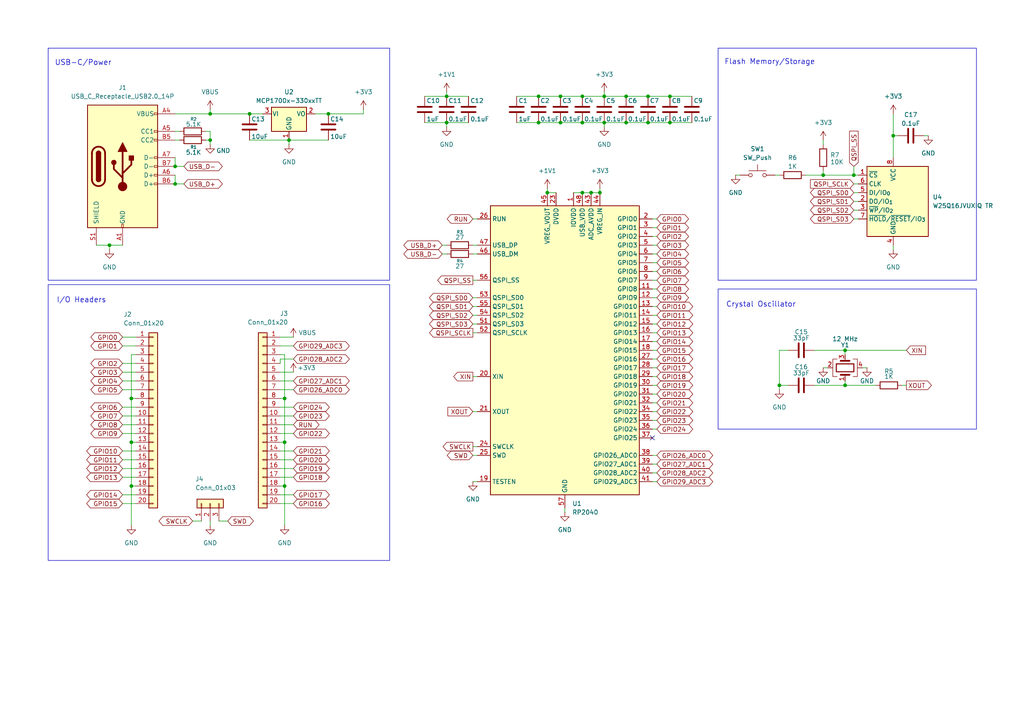
<source format=kicad_sch>
(kicad_sch (version 20250114) (generator "eeschema") (generator_version "9.0")
  (paper "A4")
  (lib_symbols
    (symbol "Connector:USB_C_Receptacle_USB2.0_14P" (pin_names (offset 1.016))
      (property "Reference" "J" (at 0 22.225 0))
      (property "Value" "USB_C_Receptacle_USB2.0_14P" (at 0 19.685 0))
      (symbol "USB_C_Receptacle_USB2.0_14P_1_1"
        (pin passive line (at -7.62 -22.86 90) (length 5.08) (name "SHIELD") (number "S1"))
        (pin passive line (at 0 -22.86 90) (length 5.08) (name "GND") (number "A1"))
        (pin passive line (at 0 -22.86 90) (length 5.08) (hide yes) (name "GND") (number "A12"))
        (pin passive line (at 0 -22.86 90) (length 5.08) (hide yes) (name "GND") (number "B1"))
        (pin passive line (at 0 -22.86 90) (length 5.08) (hide yes) (name "GND") (number "B12"))
        (pin passive line (at 15.24 15.24 180) (length 5.08) (name "VBUS") (number "A4"))
        (pin passive line (at 15.24 15.24 180) (length 5.08) (hide yes) (name "VBUS") (number "A9"))
        (pin passive line (at 15.24 15.24 180) (length 5.08) (hide yes) (name "VBUS") (number "B4"))
        (pin passive line (at 15.24 15.24 180) (length 5.08) (hide yes) (name "VBUS") (number "B9"))
        (pin bidirectional line (at 15.24 10.16 180) (length 5.08) (name "CC1") (number "A5"))
        (pin bidirectional line (at 15.24 7.62 180) (length 5.08) (name "CC2") (number "B5"))
        (pin bidirectional line (at 15.24 2.54 180) (length 5.08) (name "D-") (number "A7"))
        (pin bidirectional line (at 15.24 0 180) (length 5.08) (name "D-") (number "B7"))
        (pin bidirectional line (at 15.24 -2.54 180) (length 5.08) (name "D+") (number "A6"))
        (pin bidirectional line (at 15.24 -5.08 180) (length 5.08) (name "D+") (number "B6"))
      )
    )
    (symbol "Connector_Generic:Conn_01x03" (pin_names (offset 1.016) (hide yes))
      (property "Reference" "J" (at 0 5.08 0))
      (property "Value" "Conn_01x03" (at 0 -5.08 0))
      (symbol "Conn_01x03_1_1"
        (pin passive line (at -5.08 2.54 0) (length 3.81) (name "Pin_1") (number "1"))
        (pin passive line (at -5.08 0 0) (length 3.81) (name "Pin_2") (number "2"))
        (pin passive line (at -5.08 -2.54 0) (length 3.81) (name "Pin_3") (number "3"))
      )
    )
    (symbol "Connector_Generic:Conn_01x20" (pin_names (offset 1.016) (hide yes))
      (property "Reference" "J" (at 0 25.4 0))
      (property "Value" "Conn_01x20" (at 0 -27.94 0))
      (symbol "Conn_01x20_1_1"
        (pin passive line (at -5.08 22.86 0) (length 3.81) (name "Pin_1") (number "1"))
        (pin passive line (at -5.08 20.32 0) (length 3.81) (name "Pin_2") (number "2"))
        (pin passive line (at -5.08 17.78 0) (length 3.81) (name "Pin_3") (number "3"))
        (pin passive line (at -5.08 15.24 0) (length 3.81) (name "Pin_4") (number "4"))
        (pin passive line (at -5.08 12.7 0) (length 3.81) (name "Pin_5") (number "5"))
        (pin passive line (at -5.08 10.16 0) (length 3.81) (name "Pin_6") (number "6"))
        (pin passive line (at -5.08 7.62 0) (length 3.81) (name "Pin_7") (number "7"))
        (pin passive line (at -5.08 5.08 0) (length 3.81) (name "Pin_8") (number "8"))
        (pin passive line (at -5.08 2.54 0) (length 3.81) (name "Pin_9") (number "9"))
        (pin passive line (at -5.08 0 0) (length 3.81) (name "Pin_10") (number "10"))
        (pin passive line (at -5.08 -2.54 0) (length 3.81) (name "Pin_11") (number "11"))
        (pin passive line (at -5.08 -5.08 0) (length 3.81) (name "Pin_12") (number "12"))
        (pin passive line (at -5.08 -7.62 0) (length 3.81) (name "Pin_13") (number "13"))
        (pin passive line (at -5.08 -10.16 0) (length 3.81) (name "Pin_14") (number "14"))
        (pin passive line (at -5.08 -12.7 0) (length 3.81) (name "Pin_15") (number "15"))
        (pin passive line (at -5.08 -15.24 0) (length 3.81) (name "Pin_16") (number "16"))
        (pin passive line (at -5.08 -17.78 0) (length 3.81) (name "Pin_17") (number "17"))
        (pin passive line (at -5.08 -20.32 0) (length 3.81) (name "Pin_18") (number "18"))
        (pin passive line (at -5.08 -22.86 0) (length 3.81) (name "Pin_19") (number "19"))
        (pin passive line (at -5.08 -25.4 0) (length 3.81) (name "Pin_20") (number "20"))
      )
    )
    (symbol "Device:C" (pin_numbers (hide yes)) (pin_names (offset 0.254))
      (property "Reference" "C" (at 0.635 2.54 0))
      (property "Value" "C" (at 0.635 -2.54 0))
      (symbol "C_1_1"
        (pin passive line (at 0 3.81 270) (length 2.794) (name "~") (number "1"))
        (pin passive line (at 0 -3.81 90) (length 2.794) (name "~") (number "2"))
      )
    )
    (symbol "Device:Crystal_GND24" (pin_names (offset 1.016) (hide yes))
      (property "Reference" "Y" (at 3.175 5.08 0))
      (property "Value" "Crystal_GND24" (at 3.175 3.175 0))
      (symbol "Crystal_GND24_1_1"
        (pin passive line (at -3.81 0 0) (length 1.27) (name "1") (number "1"))
        (pin passive line (at 0 5.08 270) (length 1.27) (name "2") (number "2"))
        (pin passive line (at 0 -5.08 90) (length 1.27) (name "4") (number "4"))
        (pin passive line (at 3.81 0 180) (length 1.27) (name "3") (number "3"))
      )
    )
    (symbol "Device:R" (pin_numbers (hide yes)) (pin_names (offset 0))
      (property "Reference" "R" (at 2.032 0 90))
      (property "Value" "R" (at 0 0 90))
      (symbol "R_1_1"
        (pin passive line (at 0 3.81 270) (length 1.27) (name "~") (number "1"))
        (pin passive line (at 0 -3.81 90) (length 1.27) (name "~") (number "2"))
      )
    )
    (symbol "MCU_RaspberryPi:RP2040"
      (property "Reference" "U" (at 17.78 45.72 0))
      (property "Value" "RP2040" (at 17.78 43.18 0))
      (symbol "RP2040_1_1"
        (pin input line (at -25.4 38.1 0) (length 3.81) (name "RUN") (number "26"))
        (pin bidirectional line (at -25.4 30.48 0) (length 3.81) (name "USB_DP") (number "47"))
        (pin bidirectional line (at -25.4 27.94 0) (length 3.81) (name "USB_DM") (number "46"))
        (pin bidirectional line (at -25.4 20.32 0) (length 3.81) (name "QSPI_SS") (number "56"))
        (pin bidirectional line (at -25.4 15.24 0) (length 3.81) (name "QSPI_SD0") (number "53"))
        (pin bidirectional line (at -25.4 12.7 0) (length 3.81) (name "QSPI_SD1") (number "55"))
        (pin bidirectional line (at -25.4 10.16 0) (length 3.81) (name "QSPI_SD2") (number "54"))
        (pin bidirectional line (at -25.4 7.62 0) (length 3.81) (name "QSPI_SD3") (number "51"))
        (pin output line (at -25.4 5.08 0) (length 3.81) (name "QSPI_SCLK") (number "52"))
        (pin input line (at -25.4 -7.62 0) (length 3.81) (name "XIN") (number "20"))
        (pin passive line (at -25.4 -17.78 0) (length 3.81) (name "XOUT") (number "21"))
        (pin input line (at -25.4 -27.94 0) (length 3.81) (name "SWCLK") (number "24"))
        (pin bidirectional line (at -25.4 -30.48 0) (length 3.81) (name "SWD") (number "25"))
        (pin input line (at -25.4 -38.1 0) (length 3.81) (name "TESTEN") (number "19"))
        (pin power_out line (at -5.08 45.72 270) (length 3.81) (name "VREG_VOUT") (number "45"))
        (pin power_in line (at -2.54 45.72 270) (length 3.81) (name "DVDD") (number "23"))
        (pin passive line (at -2.54 45.72 270) (length 3.81) (hide yes) (name "DVDD") (number "50"))
        (pin power_in line (at 0 -45.72 90) (length 3.81) (name "GND") (number "57"))
        (pin power_in line (at 2.54 45.72 270) (length 3.81) (name "IOVDD") (number "1"))
        (pin passive line (at 2.54 45.72 270) (length 3.81) (hide yes) (name "IOVDD") (number "10"))
        (pin passive line (at 2.54 45.72 270) (length 3.81) (hide yes) (name "IOVDD") (number "22"))
        (pin passive line (at 2.54 45.72 270) (length 3.81) (hide yes) (name "IOVDD") (number "33"))
        (pin passive line (at 2.54 45.72 270) (length 3.81) (hide yes) (name "IOVDD") (number "42"))
        (pin passive line (at 2.54 45.72 270) (length 3.81) (hide yes) (name "IOVDD") (number "49"))
        (pin power_in line (at 5.08 45.72 270) (length 3.81) (name "USB_VDD") (number "48"))
        (pin power_in line (at 7.62 45.72 270) (length 3.81) (name "ADC_AVDD") (number "43"))
        (pin power_in line (at 10.16 45.72 270) (length 3.81) (name "VREG_IN") (number "44"))
        (pin bidirectional line (at 25.4 38.1 180) (length 3.81) (name "GPIO0") (number "2"))
        (pin bidirectional line (at 25.4 35.56 180) (length 3.81) (name "GPIO1") (number "3"))
        (pin bidirectional line (at 25.4 33.02 180) (length 3.81) (name "GPIO2") (number "4"))
        (pin bidirectional line (at 25.4 30.48 180) (length 3.81) (name "GPIO3") (number "5"))
        (pin bidirectional line (at 25.4 27.94 180) (length 3.81) (name "GPIO4") (number "6"))
        (pin bidirectional line (at 25.4 25.4 180) (length 3.81) (name "GPIO5") (number "7"))
        (pin bidirectional line (at 25.4 22.86 180) (length 3.81) (name "GPIO6") (number "8"))
        (pin bidirectional line (at 25.4 20.32 180) (length 3.81) (name "GPIO7") (number "9"))
        (pin bidirectional line (at 25.4 17.78 180) (length 3.81) (name "GPIO8") (number "11"))
        (pin bidirectional line (at 25.4 15.24 180) (length 3.81) (name "GPIO9") (number "12"))
        (pin bidirectional line (at 25.4 12.7 180) (length 3.81) (name "GPIO10") (number "13"))
        (pin bidirectional line (at 25.4 10.16 180) (length 3.81) (name "GPIO11") (number "14"))
        (pin bidirectional line (at 25.4 7.62 180) (length 3.81) (name "GPIO12") (number "15"))
        (pin bidirectional line (at 25.4 5.08 180) (length 3.81) (name "GPIO13") (number "16"))
        (pin bidirectional line (at 25.4 2.54 180) (length 3.81) (name "GPIO14") (number "17"))
        (pin bidirectional line (at 25.4 0 180) (length 3.81) (name "GPIO15") (number "18"))
        (pin bidirectional line (at 25.4 -2.54 180) (length 3.81) (name "GPIO16") (number "27"))
        (pin bidirectional line (at 25.4 -5.08 180) (length 3.81) (name "GPIO17") (number "28"))
        (pin bidirectional line (at 25.4 -7.62 180) (length 3.81) (name "GPIO18") (number "29"))
        (pin bidirectional line (at 25.4 -10.16 180) (length 3.81) (name "GPIO19") (number "30"))
        (pin bidirectional line (at 25.4 -12.7 180) (length 3.81) (name "GPIO20") (number "31"))
        (pin bidirectional line (at 25.4 -15.24 180) (length 3.81) (name "GPIO21") (number "32"))
        (pin bidirectional line (at 25.4 -17.78 180) (length 3.81) (name "GPIO22") (number "34"))
        (pin bidirectional line (at 25.4 -20.32 180) (length 3.81) (name "GPIO23") (number "35"))
        (pin bidirectional line (at 25.4 -22.86 180) (length 3.81) (name "GPIO24") (number "36"))
        (pin bidirectional line (at 25.4 -25.4 180) (length 3.81) (name "GPIO25") (number "37"))
        (pin bidirectional line (at 25.4 -30.48 180) (length 3.81) (name "GPIO26_ADC0") (number "38"))
        (pin bidirectional line (at 25.4 -33.02 180) (length 3.81) (name "GPIO27_ADC1") (number "39"))
        (pin bidirectional line (at 25.4 -35.56 180) (length 3.81) (name "GPIO28_ADC2") (number "40"))
        (pin bidirectional line (at 25.4 -38.1 180) (length 3.81) (name "GPIO29_ADC3") (number "41"))
      )
    )
    (symbol "Memory_Flash:W25Q16JVSS"
      (property "Reference" "U" (at -6.35 11.43 0))
      (property "Value" "W25Q16JVSS" (at 7.62 11.43 0))
      (symbol "W25Q16JVSS_1_1"
        (pin input line (at -10.16 7.62 0) (length 2.54) (name "~{CS}") (number "1"))
        (pin input line (at -10.16 5.08 0) (length 2.54) (name "CLK") (number "6"))
        (pin bidirectional line (at -10.16 2.54 0) (length 2.54) (name "DI/IO_{0}") (number "5"))
        (pin bidirectional line (at -10.16 0 0) (length 2.54) (name "DO/IO_{1}") (number "2"))
        (pin bidirectional line (at -10.16 -2.54 0) (length 2.54) (name "~{WP}/IO_{2}") (number "3"))
        (pin bidirectional line (at -10.16 -5.08 0) (length 2.54) (name "~{HOLD}/~{RESET}/IO_{3}") (number "7"))
        (pin power_in line (at 0 12.7 270) (length 2.54) (name "VCC") (number "8"))
        (pin power_in line (at 0 -12.7 90) (length 2.54) (name "GND") (number "4"))
      )
    )
    (symbol "Regulator_Linear:MCP1700x-330xxTT" (pin_names (offset 0.254))
      (property "Reference" "U" (at -3.81 3.175 0))
      (property "Value" "MCP1700x-330xxTT" (at 0 3.175 0))
      (symbol "MCP1700x-330xxTT_1_1"
        (pin power_in line (at -7.62 0 0) (length 2.54) (name "VI") (number "3"))
        (pin power_in line (at 0 -7.62 90) (length 2.54) (name "GND") (number "1"))
        (pin power_out line (at 7.62 0 180) (length 2.54) (name "VO") (number "2"))
      )
    )
    (symbol "Switch:SW_Push" (pin_numbers (hide yes)) (pin_names (offset 1.016) (hide yes))
      (property "Reference" "SW" (at 1.27 2.54 0))
      (property "Value" "SW_Push" (at 0 -1.524 0))
      (symbol "SW_Push_0_1"
        (pin passive line (at -5.08 0 0) (length 2.54) (name "1") (number "1"))
        (pin passive line (at 5.08 0 180) (length 2.54) (name "2") (number "2"))
      )
    )
    (symbol "power:+1V1" (power) (pin_numbers (hide yes)) (pin_names (offset 0) (hide yes))
      (property "Value" "+1V1" (at 0 3.556 0))
      (symbol "+1V1_1_1"
        (pin power_in line (at 0 0 90) (length 0) (name "~") (number "1"))
      )
    )
    (symbol "power:+3V3" (power) (pin_numbers (hide yes)) (pin_names (offset 0) (hide yes))
      (property "Value" "+3V3" (at 0 3.556 0))
      (symbol "+3V3_1_1"
        (pin power_in line (at 0 0 90) (length 0) (name "~") (number "1"))
      )
    )
    (symbol "power:GND" (power) (pin_numbers (hide yes)) (pin_names (offset 0) (hide yes))
      (property "Value" "GND" (at 0 -3.81 0))
      (symbol "GND_1_1"
        (pin power_in line (at 0 0 270) (length 0) (name "~") (number "1"))
      )
    )
    (symbol "power:VBUS" (power) (pin_numbers (hide yes)) (pin_names (offset 0) (hide yes))
      (property "Value" "VBUS" (at 0 3.556 0))
      (symbol "VBUS_1_1"
        (pin power_in line (at 0 0 90) (length 0) (name "~") (number "1"))
      )
    )
  )
  (rectangle (start 13.97 13.97) (end 113.03 81.28))
  (rectangle (start 208.28 83.82) (end 283.21 124.46))
  (rectangle (start 208.28 13.97) (end 283.21 81.28))
  (rectangle (start 13.97 82.55) (end 113.03 162.56))
  (text "Flash Memory/Storage" (at 223.266 18.034 0) (effects (font (size 1.524 1.524))))
  (text "I/O Headers" (at 23.622 87.122 0) (effects (font (size 1.524 1.524))))
  (text "Crystal Oscillator" (at 220.726 88.392 0) (effects (font (size 1.524 1.524))))
  (text "USB-C/Power" (at 24.13 18.288 0) (effects (font (size 1.524 1.524))))
  (junction (at 245.11 111.76))
  (junction (at 238.76 50.8))
  (junction (at 82.55 115.57))
  (junction (at 83.82 40.64))
  (junction (at 194.31 27.94))
  (junction (at 187.96 35.56))
  (junction (at 171.45 55.88))
  (junction (at 95.25 33.02))
  (junction (at 162.56 27.94))
  (junction (at 72.39 33.02))
  (junction (at 245.11 101.6))
  (junction (at 168.91 35.56))
  (junction (at 226.06 111.76))
  (junction (at 129.54 27.94))
  (junction (at 38.1 128.27))
  (junction (at 187.96 27.94))
  (junction (at 173.99 55.88))
  (junction (at 156.21 35.56))
  (junction (at 175.26 35.56))
  (junction (at 50.8 53.34))
  (junction (at 50.8 48.26))
  (junction (at 158.75 55.88))
  (junction (at 181.61 35.56))
  (junction (at 38.1 115.57))
  (junction (at 259.08 39.37))
  (junction (at 82.55 128.27))
  (junction (at 247.65 50.8))
  (junction (at 82.55 140.97))
  (junction (at 175.26 27.94))
  (junction (at 38.1 140.97))
  (junction (at 129.54 35.56))
  (junction (at 181.61 27.94))
  (junction (at 168.91 55.88))
  (junction (at 31.75 71.12))
  (junction (at 60.96 33.02))
  (junction (at 162.56 35.56))
  (junction (at 168.91 27.94))
  (junction (at 194.31 35.56))
  (junction (at 60.96 40.64))
  (junction (at 156.21 27.94))
  (no_connect (at 189.23 127))
  (wire (pts (xy 50.8 48.26) (xy 53.34 48.26)))
  (wire (pts (xy 35.56 118.11) (xy 39.37 118.11)))
  (wire (pts (xy 137.16 139.7) (xy 138.43 139.7)))
  (wire (pts (xy 251.46 106.68) (xy 250.19 106.68)))
  (wire (pts (xy 181.61 27.94) (xy 187.96 27.94)))
  (wire (pts (xy 82.55 140.97) (xy 82.55 152.4)))
  (wire (pts (xy 228.6 101.6) (xy 226.06 101.6)))
  (wire (pts (xy 35.56 146.05) (xy 39.37 146.05)))
  (wire (pts (xy 226.06 111.76) (xy 228.6 111.76)))
  (wire (pts (xy 190.5 99.06) (xy 189.23 99.06)))
  (wire (pts (xy 85.09 107.95) (xy 81.28 107.95)))
  (wire (pts (xy 137.16 119.38) (xy 138.43 119.38)))
  (wire (pts (xy 35.56 143.51) (xy 39.37 143.51)))
  (wire (pts (xy 190.5 119.38) (xy 189.23 119.38)))
  (wire (pts (xy 149.86 35.56) (xy 156.21 35.56)))
  (wire (pts (xy 137.16 88.9) (xy 138.43 88.9)))
  (wire (pts (xy 175.26 35.56) (xy 181.61 35.56)))
  (wire (pts (xy 129.54 36.83) (xy 129.54 35.56)))
  (wire (pts (xy 190.5 93.98) (xy 189.23 93.98)))
  (wire (pts (xy 39.37 115.57) (xy 38.1 115.57)))
  (wire (pts (xy 190.5 104.14) (xy 189.23 104.14)))
  (wire (pts (xy 59.69 40.64) (xy 60.96 40.64)))
  (wire (pts (xy 81.28 123.19) (xy 85.09 123.19)))
  (wire (pts (xy 50.8 45.72) (xy 50.8 48.26)))
  (wire (pts (xy 35.56 123.19) (xy 39.37 123.19)))
  (wire (pts (xy 38.1 102.87) (xy 38.1 115.57)))
  (wire (pts (xy 226.06 101.6) (xy 226.06 111.76)))
  (wire (pts (xy 181.61 35.56) (xy 187.96 35.56)))
  (wire (pts (xy 168.91 35.56) (xy 175.26 35.56)))
  (wire (pts (xy 85.09 97.79) (xy 81.28 97.79)))
  (wire (pts (xy 35.56 130.81) (xy 39.37 130.81)))
  (wire (pts (xy 175.26 27.94) (xy 181.61 27.94)))
  (wire (pts (xy 149.86 27.94) (xy 156.21 27.94)))
  (wire (pts (xy 166.37 55.88) (xy 168.91 55.88)))
  (wire (pts (xy 137.16 81.28) (xy 138.43 81.28)))
  (wire (pts (xy 245.11 111.76) (xy 254 111.76)))
  (wire (pts (xy 82.55 115.57) (xy 82.55 128.27)))
  (wire (pts (xy 245.11 101.6) (xy 262.89 101.6)))
  (wire (pts (xy 190.5 132.08) (xy 189.23 132.08)))
  (wire (pts (xy 129.54 35.56) (xy 135.89 35.56)))
  (wire (pts (xy 194.31 35.56) (xy 200.66 35.56)))
  (wire (pts (xy 59.69 38.1) (xy 60.96 38.1)))
  (wire (pts (xy 190.5 68.58) (xy 189.23 68.58)))
  (wire (pts (xy 190.5 134.62) (xy 189.23 134.62)))
  (wire (pts (xy 81.28 118.11) (xy 85.09 118.11)))
  (wire (pts (xy 238.76 50.8) (xy 247.65 50.8)))
  (wire (pts (xy 190.5 116.84) (xy 189.23 116.84)))
  (wire (pts (xy 190.5 73.66) (xy 189.23 73.66)))
  (wire (pts (xy 81.28 146.05) (xy 85.09 146.05)))
  (wire (pts (xy 190.5 71.12) (xy 189.23 71.12)))
  (wire (pts (xy 81.28 140.97) (xy 82.55 140.97)))
  (wire (pts (xy 35.56 105.41) (xy 39.37 105.41)))
  (wire (pts (xy 247.65 53.34) (xy 248.92 53.34)))
  (wire (pts (xy 31.75 72.39) (xy 31.75 71.12)))
  (wire (pts (xy 31.75 71.12) (xy 35.56 71.12)))
  (wire (pts (xy 190.5 96.52) (xy 189.23 96.52)))
  (wire (pts (xy 247.65 55.88) (xy 248.92 55.88)))
  (wire (pts (xy 35.56 100.33) (xy 39.37 100.33)))
  (wire (pts (xy 128.27 73.66) (xy 129.54 73.66)))
  (wire (pts (xy 105.41 31.75) (xy 105.41 33.02)))
  (wire (pts (xy 60.96 33.02) (xy 72.39 33.02)))
  (wire (pts (xy 105.41 33.02) (xy 95.25 33.02)))
  (wire (pts (xy 35.56 107.95) (xy 39.37 107.95)))
  (wire (pts (xy 247.65 60.96) (xy 248.92 60.96)))
  (wire (pts (xy 38.1 128.27) (xy 38.1 140.97)))
  (wire (pts (xy 163.83 148.59) (xy 163.83 147.32)))
  (wire (pts (xy 35.56 135.89) (xy 39.37 135.89)))
  (wire (pts (xy 236.22 111.76) (xy 245.11 111.76)))
  (wire (pts (xy 190.5 101.6) (xy 189.23 101.6)))
  (wire (pts (xy 187.96 35.56) (xy 194.31 35.56)))
  (wire (pts (xy 60.96 40.64) (xy 60.96 41.91)))
  (wire (pts (xy 238.76 106.68) (xy 240.03 106.68)))
  (wire (pts (xy 39.37 140.97) (xy 38.1 140.97)))
  (wire (pts (xy 156.21 27.94) (xy 162.56 27.94)))
  (wire (pts (xy 50.8 53.34) (xy 53.34 53.34)))
  (wire (pts (xy 35.56 125.73) (xy 39.37 125.73)))
  (wire (pts (xy 260.35 39.37) (xy 259.08 39.37)))
  (wire (pts (xy 247.65 50.8) (xy 248.92 50.8)))
  (wire (pts (xy 129.54 26.67) (xy 129.54 27.94)))
  (wire (pts (xy 72.39 33.02) (xy 76.2 33.02)))
  (wire (pts (xy 81.28 102.87) (xy 82.55 102.87)))
  (wire (pts (xy 38.1 115.57) (xy 38.1 128.27)))
  (wire (pts (xy 190.5 106.68) (xy 189.23 106.68)))
  (wire (pts (xy 137.16 93.98) (xy 138.43 93.98)))
  (wire (pts (xy 60.96 31.75) (xy 60.96 33.02)))
  (wire (pts (xy 137.16 91.44) (xy 138.43 91.44)))
  (wire (pts (xy 175.26 36.83) (xy 175.26 35.56)))
  (wire (pts (xy 35.56 97.79) (xy 39.37 97.79)))
  (wire (pts (xy 168.91 55.88) (xy 171.45 55.88)))
  (wire (pts (xy 190.5 63.5) (xy 189.23 63.5)))
  (wire (pts (xy 123.19 35.56) (xy 129.54 35.56)))
  (wire (pts (xy 190.5 121.92) (xy 189.23 121.92)))
  (wire (pts (xy 187.96 27.94) (xy 194.31 27.94)))
  (wire (pts (xy 137.16 109.22) (xy 138.43 109.22)))
  (wire (pts (xy 245.11 101.6) (xy 245.11 102.87)))
  (wire (pts (xy 259.08 39.37) (xy 259.08 45.72)))
  (wire (pts (xy 50.8 50.8) (xy 50.8 53.34)))
  (wire (pts (xy 245.11 110.49) (xy 245.11 111.76)))
  (wire (pts (xy 81.28 100.33) (xy 85.09 100.33)))
  (wire (pts (xy 190.5 66.04) (xy 189.23 66.04)))
  (wire (pts (xy 190.5 88.9) (xy 189.23 88.9)))
  (wire (pts (xy 81.28 120.65) (xy 85.09 120.65)))
  (wire (pts (xy 226.06 113.03) (xy 226.06 111.76)))
  (wire (pts (xy 39.37 102.87) (xy 38.1 102.87)))
  (wire (pts (xy 50.8 33.02) (xy 60.96 33.02)))
  (wire (pts (xy 190.5 76.2) (xy 189.23 76.2)))
  (wire (pts (xy 91.44 33.02) (xy 95.25 33.02)))
  (wire (pts (xy 82.55 102.87) (xy 82.55 115.57)))
  (wire (pts (xy 190.5 124.46) (xy 189.23 124.46)))
  (wire (pts (xy 81.28 104.14) (xy 81.28 105.41)))
  (wire (pts (xy 190.5 86.36) (xy 189.23 86.36)))
  (wire (pts (xy 137.16 71.12) (xy 138.43 71.12)))
  (wire (pts (xy 137.16 73.66) (xy 138.43 73.66)))
  (wire (pts (xy 81.28 104.14) (xy 85.09 104.14)))
  (wire (pts (xy 35.56 138.43) (xy 39.37 138.43)))
  (wire (pts (xy 128.27 71.12) (xy 129.54 71.12)))
  (wire (pts (xy 81.28 143.51) (xy 85.09 143.51)))
  (wire (pts (xy 137.16 129.54) (xy 138.43 129.54)))
  (wire (pts (xy 158.75 54.61) (xy 158.75 55.88)))
  (wire (pts (xy 190.5 114.3) (xy 189.23 114.3)))
  (wire (pts (xy 81.28 113.03) (xy 85.09 113.03)))
  (wire (pts (xy 194.31 27.94) (xy 200.66 27.94)))
  (wire (pts (xy 39.37 128.27) (xy 38.1 128.27)))
  (wire (pts (xy 190.5 109.22) (xy 189.23 109.22)))
  (wire (pts (xy 137.16 86.36) (xy 138.43 86.36)))
  (wire (pts (xy 137.16 63.5) (xy 138.43 63.5)))
  (wire (pts (xy 213.36 50.8) (xy 214.63 50.8)))
  (wire (pts (xy 81.28 130.81) (xy 85.09 130.81)))
  (wire (pts (xy 247.65 63.5) (xy 248.92 63.5)))
  (wire (pts (xy 81.28 110.49) (xy 85.09 110.49)))
  (wire (pts (xy 83.82 40.64) (xy 95.25 40.64)))
  (wire (pts (xy 190.5 78.74) (xy 189.23 78.74)))
  (wire (pts (xy 81.28 135.89) (xy 85.09 135.89)))
  (wire (pts (xy 35.56 120.65) (xy 39.37 120.65)))
  (wire (pts (xy 238.76 49.53) (xy 238.76 50.8)))
  (wire (pts (xy 162.56 27.94) (xy 168.91 27.94)))
  (wire (pts (xy 123.19 27.94) (xy 129.54 27.94)))
  (wire (pts (xy 27.94 71.12) (xy 31.75 71.12)))
  (wire (pts (xy 259.08 72.39) (xy 259.08 71.12)))
  (wire (pts (xy 38.1 140.97) (xy 38.1 152.4)))
  (wire (pts (xy 137.16 96.52) (xy 138.43 96.52)))
  (wire (pts (xy 190.5 111.76) (xy 189.23 111.76)))
  (wire (pts (xy 156.21 35.56) (xy 162.56 35.56)))
  (wire (pts (xy 81.28 125.73) (xy 85.09 125.73)))
  (wire (pts (xy 162.56 35.56) (xy 168.91 35.56)))
  (wire (pts (xy 247.65 50.8) (xy 247.65 48.26)))
  (wire (pts (xy 55.88 151.13) (xy 58.42 151.13)))
  (wire (pts (xy 81.28 128.27) (xy 82.55 128.27)))
  (wire (pts (xy 60.96 38.1) (xy 60.96 40.64)))
  (wire (pts (xy 173.99 54.61) (xy 173.99 55.88)))
  (wire (pts (xy 247.65 58.42) (xy 248.92 58.42)))
  (wire (pts (xy 269.24 39.37) (xy 267.97 39.37)))
  (wire (pts (xy 35.56 113.03) (xy 39.37 113.03)))
  (wire (pts (xy 81.28 115.57) (xy 82.55 115.57)))
  (wire (pts (xy 190.5 91.44) (xy 189.23 91.44)))
  (wire (pts (xy 52.07 38.1) (xy 50.8 38.1)))
  (wire (pts (xy 233.68 50.8) (xy 238.76 50.8)))
  (wire (pts (xy 82.55 128.27) (xy 82.55 140.97)))
  (wire (pts (xy 259.08 33.02) (xy 259.08 39.37)))
  (wire (pts (xy 262.89 111.76) (xy 261.62 111.76)))
  (wire (pts (xy 83.82 41.91) (xy 83.82 40.64)))
  (wire (pts (xy 63.5 151.13) (xy 66.04 151.13)))
  (wire (pts (xy 168.91 27.94) (xy 175.26 27.94)))
  (wire (pts (xy 224.79 50.8) (xy 226.06 50.8)))
  (wire (pts (xy 60.96 152.4) (xy 60.96 151.13)))
  (wire (pts (xy 81.28 133.35) (xy 85.09 133.35)))
  (wire (pts (xy 190.5 81.28) (xy 189.23 81.28)))
  (wire (pts (xy 35.56 133.35) (xy 39.37 133.35)))
  (wire (pts (xy 158.75 55.88) (xy 161.29 55.88)))
  (wire (pts (xy 175.26 26.67) (xy 175.26 27.94)))
  (wire (pts (xy 190.5 83.82) (xy 189.23 83.82)))
  (wire (pts (xy 236.22 101.6) (xy 245.11 101.6)))
  (wire (pts (xy 171.45 55.88) (xy 173.99 55.88)))
  (wire (pts (xy 52.07 40.64) (xy 50.8 40.64)))
  (wire (pts (xy 137.16 132.08) (xy 138.43 132.08)))
  (wire (pts (xy 35.56 110.49) (xy 39.37 110.49)))
  (wire (pts (xy 129.54 27.94) (xy 135.89 27.94)))
  (wire (pts (xy 190.5 137.16) (xy 189.23 137.16)))
  (wire (pts (xy 72.39 40.64) (xy 83.82 40.64)))
  (wire (pts (xy 190.5 139.7) (xy 189.23 139.7)))
  (wire (pts (xy 238.76 40.64) (xy 238.76 41.91)))
  (wire (pts (xy 81.28 138.43) (xy 85.09 138.43)))
  (global_label "GPIO6" (shape bidirectional) (at 190.5 78.74 0) (property "Intersheetrefs" "${INTERSHEET_REFS}" (effects (hide yes))))
  (global_label "GPIO2" (shape bidirectional) (at 35.56 105.41 180) (property "Intersheetrefs" "${INTERSHEET_REFS}" (effects (hide yes))))
  (global_label "QSPI_SD1" (shape bidirectional) (at 137.16 88.9 180) (property "Intersheetrefs" "${INTERSHEET_REFS}" (effects (hide yes))))
  (global_label "GPIO24" (shape bidirectional) (at 190.5 124.46 0) (property "Intersheetrefs" "${INTERSHEET_REFS}" (effects (hide yes))))
  (global_label "GPIO20" (shape bidirectional) (at 85.09 133.35 0) (property "Intersheetrefs" "${INTERSHEET_REFS}" (effects (hide yes))))
  (global_label "GPIO7" (shape bidirectional) (at 190.5 81.28 0) (property "Intersheetrefs" "${INTERSHEET_REFS}" (effects (hide yes))))
  (global_label "GPIO11" (shape bidirectional) (at 190.5 91.44 0) (property "Intersheetrefs" "${INTERSHEET_REFS}" (effects (hide yes))))
  (global_label "USB_D-" (shape bidirectional) (at 128.27 73.66 180) (property "Intersheetrefs" "${INTERSHEET_REFS}" (effects (hide yes))))
  (global_label "QSPI_SCLK" (shape output) (at 137.16 96.52 180) (property "Intersheetrefs" "${INTERSHEET_REFS}" (effects (hide yes))))
  (global_label "GPIO9" (shape bidirectional) (at 190.5 86.36 0) (property "Intersheetrefs" "${INTERSHEET_REFS}" (effects (hide yes))))
  (global_label "QSPI_SD0" (shape bidirectional) (at 137.16 86.36 180) (property "Intersheetrefs" "${INTERSHEET_REFS}" (effects (hide yes))))
  (global_label "SWD" (shape bidirectional) (at 137.16 132.08 180) (property "Intersheetrefs" "${INTERSHEET_REFS}" (effects (hide yes))))
  (global_label "GPIO29_ADC3" (shape bidirectional) (at 190.5 139.7 0) (property "Intersheetrefs" "${INTERSHEET_REFS}" (effects (hide yes))))
  (global_label "XOUT" (shape output) (at 262.89 111.76 0) (property "Intersheetrefs" "${INTERSHEET_REFS}" (effects (hide yes))))
  (global_label "GPIO18" (shape bidirectional) (at 85.09 138.43 0) (property "Intersheetrefs" "${INTERSHEET_REFS}" (effects (hide yes))))
  (global_label "GPIO22" (shape bidirectional) (at 190.5 119.38 0) (property "Intersheetrefs" "${INTERSHEET_REFS}" (effects (hide yes))))
  (global_label "GPIO8" (shape bidirectional) (at 190.5 83.82 0) (property "Intersheetrefs" "${INTERSHEET_REFS}" (effects (hide yes))))
  (global_label "GPIO19" (shape bidirectional) (at 190.5 111.76 0) (property "Intersheetrefs" "${INTERSHEET_REFS}" (effects (hide yes))))
  (global_label "GPIO22" (shape bidirectional) (at 85.09 125.73 0) (property "Intersheetrefs" "${INTERSHEET_REFS}" (effects (hide yes))))
  (global_label "GPIO15" (shape bidirectional) (at 190.5 101.6 0) (property "Intersheetrefs" "${INTERSHEET_REFS}" (effects (hide yes))))
  (global_label "GPIO7" (shape bidirectional) (at 35.56 120.65 180) (property "Intersheetrefs" "${INTERSHEET_REFS}" (effects (hide yes))))
  (global_label "GPIO24" (shape bidirectional) (at 85.09 118.11 0) (property "Intersheetrefs" "${INTERSHEET_REFS}" (effects (hide yes))))
  (global_label "GPIO27_ADC1" (shape bidirectional) (at 190.5 134.62 0) (property "Intersheetrefs" "${INTERSHEET_REFS}" (effects (hide yes))))
  (global_label "QSPI_SS" (shape output) (at 137.16 81.28 180) (property "Intersheetrefs" "${INTERSHEET_REFS}" (effects (hide yes))))
  (global_label "QSPI_SD0" (shape bidirectional) (at 247.65 55.88 180) (property "Intersheetrefs" "${INTERSHEET_REFS}" (effects (hide yes))))
  (global_label "GPIO16" (shape bidirectional) (at 190.5 104.14 0) (property "Intersheetrefs" "${INTERSHEET_REFS}" (effects (hide yes))))
  (global_label "GPIO20" (shape bidirectional) (at 190.5 114.3 0) (property "Intersheetrefs" "${INTERSHEET_REFS}" (effects (hide yes))))
  (global_label "GPIO27_ADC1" (shape bidirectional) (at 85.09 110.49 0) (property "Intersheetrefs" "${INTERSHEET_REFS}" (effects (hide yes))))
  (global_label "GPIO28_ADC2" (shape bidirectional) (at 190.5 137.16 0) (property "Intersheetrefs" "${INTERSHEET_REFS}" (effects (hide yes))))
  (global_label "QSPI_SD1" (shape bidirectional) (at 247.65 58.42 180) (property "Intersheetrefs" "${INTERSHEET_REFS}" (effects (hide yes))))
  (global_label "GPIO14" (shape bidirectional) (at 190.5 99.06 0) (property "Intersheetrefs" "${INTERSHEET_REFS}" (effects (hide yes))))
  (global_label "GPIO17" (shape bidirectional) (at 190.5 106.68 0) (property "Intersheetrefs" "${INTERSHEET_REFS}" (effects (hide yes))))
  (global_label "GPIO3" (shape bidirectional) (at 35.56 107.95 180) (property "Intersheetrefs" "${INTERSHEET_REFS}" (effects (hide yes))))
  (global_label "GPIO10" (shape bidirectional) (at 190.5 88.9 0) (property "Intersheetrefs" "${INTERSHEET_REFS}" (effects (hide yes))))
  (global_label "GPIO13" (shape bidirectional) (at 35.56 138.43 180) (property "Intersheetrefs" "${INTERSHEET_REFS}" (effects (hide yes))))
  (global_label "QSPI_SCLK" (shape input) (at 247.65 53.34 180) (property "Intersheetrefs" "${INTERSHEET_REFS}" (effects (hide yes))))
  (global_label "SWD" (shape bidirectional) (at 66.04 151.13 0) (property "Intersheetrefs" "${INTERSHEET_REFS}" (effects (hide yes))))
  (global_label "GPIO5" (shape bidirectional) (at 35.56 113.03 180) (property "Intersheetrefs" "${INTERSHEET_REFS}" (effects (hide yes))))
  (global_label "GPIO28_ADC2" (shape bidirectional) (at 85.09 104.14 0) (property "Intersheetrefs" "${INTERSHEET_REFS}" (effects (hide yes))))
  (global_label "GPIO3" (shape bidirectional) (at 190.5 71.12 0) (property "Intersheetrefs" "${INTERSHEET_REFS}" (effects (hide yes))))
  (global_label "GPIO21" (shape bidirectional) (at 190.5 116.84 0) (property "Intersheetrefs" "${INTERSHEET_REFS}" (effects (hide yes))))
  (global_label "QSPI_SS" (shape input) (at 247.65 48.26 90) (property "Intersheetrefs" "${INTERSHEET_REFS}" (effects (hide yes))))
  (global_label "GPIO1" (shape bidirectional) (at 190.5 66.04 0) (property "Intersheetrefs" "${INTERSHEET_REFS}" (effects (hide yes))))
  (global_label "RUN" (shape bidirectional) (at 85.09 123.19 0) (property "Intersheetrefs" "${INTERSHEET_REFS}" (effects (hide yes))))
  (global_label "USB_D+" (shape bidirectional) (at 128.27 71.12 180) (property "Intersheetrefs" "${INTERSHEET_REFS}" (effects (hide yes))))
  (global_label "GPIO18" (shape bidirectional) (at 190.5 109.22 0) (property "Intersheetrefs" "${INTERSHEET_REFS}" (effects (hide yes))))
  (global_label "GPIO5" (shape bidirectional) (at 190.5 76.2 0) (property "Intersheetrefs" "${INTERSHEET_REFS}" (effects (hide yes))))
  (global_label "QSPI_SD2" (shape bidirectional) (at 247.65 60.96 180) (property "Intersheetrefs" "${INTERSHEET_REFS}" (effects (hide yes))))
  (global_label "GPIO26_ADC0" (shape bidirectional) (at 85.09 113.03 0) (property "Intersheetrefs" "${INTERSHEET_REFS}" (effects (hide yes))))
  (global_label "XIN" (shape input) (at 262.89 101.6 0) (property "Intersheetrefs" "${INTERSHEET_REFS}" (effects (hide yes))))
  (global_label "GPIO1" (shape bidirectional) (at 35.56 100.33 180) (property "Intersheetrefs" "${INTERSHEET_REFS}" (effects (hide yes))))
  (global_label "GPIO10" (shape bidirectional) (at 35.56 130.81 180) (property "Intersheetrefs" "${INTERSHEET_REFS}" (effects (hide yes))))
  (global_label "XIN" (shape output) (at 137.16 109.22 180) (property "Intersheetrefs" "${INTERSHEET_REFS}" (effects (hide yes))))
  (global_label "GPIO0" (shape bidirectional) (at 190.5 63.5 0) (property "Intersheetrefs" "${INTERSHEET_REFS}" (effects (hide yes))))
  (global_label "GPIO21" (shape bidirectional) (at 85.09 130.81 0) (property "Intersheetrefs" "${INTERSHEET_REFS}" (effects (hide yes))))
  (global_label "GPIO26_ADC0" (shape bidirectional) (at 190.5 132.08 0) (property "Intersheetrefs" "${INTERSHEET_REFS}" (effects (hide yes))))
  (global_label "GPIO12" (shape bidirectional) (at 190.5 93.98 0) (property "Intersheetrefs" "${INTERSHEET_REFS}" (effects (hide yes))))
  (global_label "QSPI_SD3" (shape bidirectional) (at 247.65 63.5 180) (property "Intersheetrefs" "${INTERSHEET_REFS}" (effects (hide yes))))
  (global_label "SWCLK" (shape output) (at 137.16 129.54 180) (property "Intersheetrefs" "${INTERSHEET_REFS}" (effects (hide yes))))
  (global_label "GPIO6" (shape bidirectional) (at 35.56 118.11 180) (property "Intersheetrefs" "${INTERSHEET_REFS}" (effects (hide yes))))
  (global_label "GPIO29_ADC3" (shape bidirectional) (at 85.09 100.33 0) (property "Intersheetrefs" "${INTERSHEET_REFS}" (effects (hide yes))))
  (global_label "GPIO13" (shape bidirectional) (at 190.5 96.52 0) (property "Intersheetrefs" "${INTERSHEET_REFS}" (effects (hide yes))))
  (global_label "SWCLK" (shape bidirectional) (at 55.88 151.13 180) (property "Intersheetrefs" "${INTERSHEET_REFS}" (effects (hide yes))))
  (global_label "GPIO14" (shape bidirectional) (at 35.56 143.51 180) (property "Intersheetrefs" "${INTERSHEET_REFS}" (effects (hide yes))))
  (global_label "GPIO4" (shape bidirectional) (at 35.56 110.49 180) (property "Intersheetrefs" "${INTERSHEET_REFS}" (effects (hide yes))))
  (global_label "GPIO19" (shape bidirectional) (at 85.09 135.89 0) (property "Intersheetrefs" "${INTERSHEET_REFS}" (effects (hide yes))))
  (global_label "GPIO17" (shape bidirectional) (at 85.09 143.51 0) (property "Intersheetrefs" "${INTERSHEET_REFS}" (effects (hide yes))))
  (global_label "GPIO11" (shape bidirectional) (at 35.56 133.35 180) (property "Intersheetrefs" "${INTERSHEET_REFS}" (effects (hide yes))))
  (global_label "GPIO0" (shape bidirectional) (at 35.56 97.79 180) (property "Intersheetrefs" "${INTERSHEET_REFS}" (effects (hide yes))))
  (global_label "GPIO8" (shape bidirectional) (at 35.56 123.19 180) (property "Intersheetrefs" "${INTERSHEET_REFS}" (effects (hide yes))))
  (global_label "QSPI_SD2" (shape bidirectional) (at 137.16 91.44 180) (property "Intersheetrefs" "${INTERSHEET_REFS}" (effects (hide yes))))
  (global_label "GPIO12" (shape bidirectional) (at 35.56 135.89 180) (property "Intersheetrefs" "${INTERSHEET_REFS}" (effects (hide yes))))
  (global_label "GPIO23" (shape bidirectional) (at 85.09 120.65 0) (property "Intersheetrefs" "${INTERSHEET_REFS}" (effects (hide yes))))
  (global_label "GPIO15" (shape bidirectional) (at 35.56 146.05 180) (property "Intersheetrefs" "${INTERSHEET_REFS}" (effects (hide yes))))
  (global_label "GPIO16" (shape bidirectional) (at 85.09 146.05 0) (property "Intersheetrefs" "${INTERSHEET_REFS}" (effects (hide yes))))
  (global_label "RUN" (shape bidirectional) (at 137.16 63.5 180) (property "Intersheetrefs" "${INTERSHEET_REFS}" (effects (hide yes))))
  (global_label "USB_D-" (shape bidirectional) (at 53.34 48.26 0) (property "Intersheetrefs" "${INTERSHEET_REFS}" (effects (hide yes))))
  (global_label "GPIO2" (shape bidirectional) (at 190.5 68.58 0) (property "Intersheetrefs" "${INTERSHEET_REFS}" (effects (hide yes))))
  (global_label "QSPI_SD3" (shape bidirectional) (at 137.16 93.98 180) (property "Intersheetrefs" "${INTERSHEET_REFS}" (effects (hide yes))))
  (global_label "GPIO23" (shape bidirectional) (at 190.5 121.92 0) (property "Intersheetrefs" "${INTERSHEET_REFS}" (effects (hide yes))))
  (global_label "USB_D+" (shape bidirectional) (at 53.34 53.34 0) (property "Intersheetrefs" "${INTERSHEET_REFS}" (effects (hide yes))))
  (global_label "XOUT" (shape input) (at 137.16 119.38 180) (property "Intersheetrefs" "${INTERSHEET_REFS}" (effects (hide yes))))
  (global_label "GPIO9" (shape bidirectional) (at 35.56 125.73 180) (property "Intersheetrefs" "${INTERSHEET_REFS}" (effects (hide yes))))
  (global_label "GPIO4" (shape bidirectional) (at 190.5 73.66 0) (property "Intersheetrefs" "${INTERSHEET_REFS}" (effects (hide yes))))
  (symbol (lib_id "Device:C") (at 232.41 101.6 90) (unit 1)
    (property "Reference" "C15" (at 232.41 96.266 90))
    (property "Value" "33pF" (at 232.41 98.044 90))
    (property "Footprint" "Capacitor_SMD:C_0402_1005Metric" (effects (hide yes)))
    (property "Description" "Unpolarized capacitor" (effects (hide yes)))
  )
  (symbol (lib_id "power:+3V3") (at 259.08 33.02 0) (unit 1)
    (property "Reference" "#PWR016" (effects (hide yes)))
    (property "Value" "+3V3" (at 259.08 27.94 0))
    (property "Description" "Power symbol creates a global label with name \"+3V3\"" (effects (hide yes)))
  )
  (symbol (lib_id "Device:C") (at 129.54 31.75 0) (unit 1)
    (property "Reference" "C11" (at 130.048 29.21 0) (effects (justify left)))
    (property "Value" "0.1uF" (at 130.048 34.544 0) (effects (justify left)))
    (property "Footprint" "Capacitor_SMD:C_0402_1005Metric" (effects (hide yes)))
    (property "Description" "Unpolarized capacitor" (effects (hide yes)))
  )
  (symbol (lib_id "power:+1V1") (at 158.75 54.61 0) (unit 1)
    (property "Reference" "#PWR01" (effects (hide yes)))
    (property "Value" "+1V1" (at 158.75 49.53 0))
    (property "Description" "Power symbol creates a global label with name \"+1V1\"" (effects (hide yes)))
  )
  (symbol (lib_id "power:GND") (at 129.54 36.83 0) (unit 1)
    (property "Reference" "#PWR05" (effects (hide yes)))
    (property "Value" "GND" (at 129.54 41.91 0))
    (property "Description" "Power symbol creates a global label with name \"GND\" , ground" (effects (hide yes)))
  )
  (symbol (lib_id "power:GND") (at 259.08 72.39 0) (unit 1)
    (property "Reference" "#PWR017" (effects (hide yes)))
    (property "Value" "GND" (at 259.08 77.47 0))
    (property "Description" "Power symbol creates a global label with name \"GND\" , ground" (effects (hide yes)))
  )
  (symbol (lib_id "Device:R") (at 238.76 45.72 180) (unit 1)
    (property "Reference" "R7" (at 240.792 44.958 0) (effects (justify right)))
    (property "Value" "10K" (at 240.792 46.99 0) (effects (justify right)))
    (property "Footprint" "Resistor_SMD:R_0402_1005Metric" (effects (hide yes)))
    (property "Description" "Resistor" (effects (hide yes)))
  )
  (symbol (lib_id "Device:Crystal_GND24") (at 245.11 106.68 90) (unit 1)
    (property "Reference" "Y1" (at 245.11 100.076 90))
    (property "Value" "12 MHz" (at 245.11 98.298 90))
    (property "Footprint" "Crystal:Crystal_SMD_3225-4Pin_3.2x2.5mm" (effects (hide yes)))
    (property "Description" "Four pin crystal, GND on pins 2 and 4" (effects (hide yes)))
  )
  (symbol (lib_id "power:+3V3") (at 238.76 40.64 0) (unit 1)
    (property "Reference" "#PWR019" (effects (hide yes)))
    (property "Value" "+3V3" (at 238.76 35.56 0))
    (property "Description" "Power symbol creates a global label with name \"+3V3\"" (effects (hide yes)))
  )
  (symbol (lib_id "power:GND") (at 60.96 152.4 0) (unit 1)
    (property "Reference" "#PWR022" (effects (hide yes)))
    (property "Value" "GND" (at 60.96 157.48 0))
    (property "Description" "Power symbol creates a global label with name \"GND\" , ground" (effects (hide yes)))
  )
  (symbol (lib_id "Device:C") (at 149.86 31.75 0) (unit 1)
    (property "Reference" "C1" (at 150.368 29.21 0) (effects (justify left)))
    (property "Value" "1uF" (at 150.368 34.544 0) (effects (justify left)))
    (property "Footprint" "Capacitor_SMD:C_0402_1005Metric" (effects (hide yes)))
    (property "Description" "Unpolarized capacitor" (effects (hide yes)))
  )
  (symbol (lib_id "power:GND") (at 251.46 106.68 0) (unit 1)
    (property "Reference" "#PWR014" (effects (hide yes)))
    (property "Value" "GND" (at 251.46 110.49 0))
    (property "Description" "Power symbol creates a global label with name \"GND\" , ground" (effects (hide yes)))
  )
  (symbol (lib_id "Device:C") (at 264.16 39.37 90) (unit 1)
    (property "Reference" "C17" (at 264.16 33.274 90))
    (property "Value" "0.1uF" (at 264.16 35.814 90))
    (property "Footprint" "Capacitor_SMD:C_0402_1005Metric" (effects (hide yes)))
    (property "Description" "Unpolarized capacitor" (effects (hide yes)))
  )
  (symbol (lib_id "Device:R") (at 133.35 71.12 90) (unit 1)
    (property "Reference" "R3" (at 133.35 67.31 90) (effects (font (size 0.889 0.889))))
    (property "Value" "27" (at 133.35 68.834 90))
    (property "Footprint" "Resistor_SMD:R_0402_1005Metric" (effects (hide yes)))
    (property "Description" "Resistor" (effects (hide yes)))
  )
  (symbol (lib_id "Regulator_Linear:MCP1700x-330xxTT") (at 83.82 33.02 0) (unit 1)
    (property "Reference" "U2" (at 83.82 26.67 0))
    (property "Value" "MCP1700x-330xxTT" (at 83.82 29.21 0))
    (property "Footprint" "Package_TO_SOT_SMD:SOT-23" (effects (hide yes)))
    (property "Datasheet" "http://ww1.microchip.com/downloads/en/DeviceDoc/20001826D.pdf" (effects (hide yes)))
    (property "Description" "250mA Low Quiscent Current LDO, 3.3V output, SOT-23" (effects (hide yes)))
  )
  (symbol (lib_id "Device:C") (at 194.31 31.75 0) (unit 1)
    (property "Reference" "C8" (at 194.818 29.21 0) (effects (justify left)))
    (property "Value" "0.1uF" (at 194.818 34.544 0) (effects (justify left)))
    (property "Footprint" "Capacitor_SMD:C_0402_1005Metric" (effects (hide yes)))
    (property "Description" "Unpolarized capacitor" (effects (hide yes)))
  )
  (symbol (lib_id "power:VBUS") (at 60.96 31.75 0) (unit 1)
    (property "Reference" "#PWR011" (effects (hide yes)))
    (property "Value" "VBUS" (at 60.96 26.67 0))
    (property "Description" "Power symbol creates a global label with name \"VBUS\"" (effects (hide yes)))
  )
  (symbol (lib_id "Device:C") (at 135.89 31.75 0) (unit 1)
    (property "Reference" "C12" (at 136.398 29.21 0) (effects (justify left)))
    (property "Value" "0.1uF" (at 136.398 34.544 0) (effects (justify left)))
    (property "Footprint" "Capacitor_SMD:C_0402_1005Metric" (effects (hide yes)))
    (property "Description" "Unpolarized capacitor" (effects (hide yes)))
  )
  (symbol (lib_id "Device:R") (at 133.35 73.66 90) (unit 1)
    (property "Reference" "R4" (at 133.35 75.692 90) (effects (font (size 0.889 0.889))))
    (property "Value" "27" (at 133.35 77.216 90))
    (property "Footprint" "Resistor_SMD:R_0402_1005Metric" (effects (hide yes)))
    (property "Description" "Resistor" (effects (hide yes)))
  )
  (symbol (lib_id "Device:C") (at 175.26 31.75 0) (unit 1)
    (property "Reference" "C5" (at 175.768 29.21 0) (effects (justify left)))
    (property "Value" "0.1uF" (at 175.768 34.544 0) (effects (justify left)))
    (property "Footprint" "Capacitor_SMD:C_0402_1005Metric" (effects (hide yes)))
    (property "Description" "Unpolarized capacitor" (effects (hide yes)))
  )
  (symbol (lib_id "power:GND") (at 83.82 41.91 0) (unit 1)
    (property "Reference" "#PWR010" (effects (hide yes)))
    (property "Value" "GND" (at 83.82 46.99 0))
    (property "Description" "Power symbol creates a global label with name \"GND\" , ground" (effects (hide yes)))
  )
  (symbol (lib_id "Device:C") (at 187.96 31.75 0) (unit 1)
    (property "Reference" "C7" (at 188.468 29.21 0) (effects (justify left)))
    (property "Value" "0.1uF" (at 188.468 34.544 0) (effects (justify left)))
    (property "Footprint" "Capacitor_SMD:C_0402_1005Metric" (effects (hide yes)))
    (property "Description" "Unpolarized capacitor" (effects (hide yes)))
  )
  (symbol (lib_id "Device:C") (at 123.19 31.75 0) (unit 1)
    (property "Reference" "C10" (at 123.698 29.21 0) (effects (justify left)))
    (property "Value" "1uF" (at 123.698 34.544 0) (effects (justify left)))
    (property "Footprint" "Capacitor_SMD:C_0402_1005Metric" (effects (hide yes)))
    (property "Description" "Unpolarized capacitor" (effects (hide yes)))
  )
  (symbol (lib_id "power:+3V3") (at 85.09 107.95 0) (unit 1)
    (property "Reference" "#PWR026" (effects (hide yes)))
    (property "Value" "+3V3" (at 88.9 106.68 0))
    (property "Description" "Power symbol creates a global label with name \"+3V3\"" (effects (hide yes)))
  )
  (symbol (lib_id "Device:C") (at 200.66 31.75 0) (unit 1)
    (property "Reference" "C9" (at 201.168 29.21 0) (effects (justify left)))
    (property "Value" "0.1uF" (at 201.168 34.544 0) (effects (justify left)))
    (property "Footprint" "Capacitor_SMD:C_0402_1005Metric" (effects (hide yes)))
    (property "Description" "Unpolarized capacitor" (effects (hide yes)))
  )
  (symbol (lib_id "Device:C") (at 162.56 31.75 0) (unit 1)
    (property "Reference" "C3" (at 163.068 29.21 0) (effects (justify left)))
    (property "Value" "0.1uF" (at 163.068 34.544 0) (effects (justify left)))
    (property "Footprint" "Capacitor_SMD:C_0402_1005Metric" (effects (hide yes)))
    (property "Description" "Unpolarized capacitor" (effects (hide yes)))
  )
  (symbol (lib_id "power:GND") (at 269.24 39.37 0) (unit 1)
    (property "Reference" "#PWR018" (effects (hide yes)))
    (property "Value" "GND" (at 269.24 44.45 0))
    (property "Description" "Power symbol creates a global label with name \"GND\" , ground" (effects (hide yes)))
  )
  (symbol (lib_id "Device:R") (at 229.87 50.8 270) (unit 1)
    (property "Reference" "R6" (at 229.87 45.72 90))
    (property "Value" "1K" (at 229.87 48.26 90))
    (property "Footprint" "Resistor_SMD:R_0402_1005Metric" (effects (hide yes)))
    (property "Description" "Resistor" (effects (hide yes)))
  )
  (symbol (lib_id "Device:C") (at 156.21 31.75 0) (unit 1)
    (property "Reference" "C2" (at 156.718 29.21 0) (effects (justify left)))
    (property "Value" "0.1uF" (at 156.718 34.544 0) (effects (justify left)))
    (property "Footprint" "Capacitor_SMD:C_0402_1005Metric" (effects (hide yes)))
    (property "Description" "Unpolarized capacitor" (effects (hide yes)))
  )
  (symbol (lib_id "Connector:USB_C_Receptacle_USB2.0_14P") (at 35.56 48.26 0) (unit 1)
    (property "Reference" "J1" (at 35.56 25.4 0))
    (property "Value" "USB_C_Receptacle_USB2.0_14P" (at 35.56 27.94 0))
    (property "Footprint" "Connector_USB:USB_C_Receptacle_HRO_TYPE-C-31-M-12" (effects (hide yes)))
    (property "Datasheet" "https://www.usb.org/sites/default/files/documents/usb_type-c.zip" (effects (hide yes)))
    (property "Description" "USB 2.0-only 14P Type-C Receptacle connector" (effects (hide yes)))
  )
  (symbol (lib_id "Connector_Generic:Conn_01x20") (at 44.45 120.65 0) (unit 1)
    (property "Reference" "J2" (at 35.814 91.186 0) (effects (justify left)))
    (property "Value" "Conn_01x20" (at 35.814 93.726 0) (effects (justify left)))
    (property "Footprint" "Connector_PinHeader_2.54mm:PinHeader_1x20_P2.54mm_Vertical" (effects (hide yes)))
    (property "Description" "Generic connector, single row, 01x20, script generated (kicad-library-utils/schlib/autogen/connector/)" (effects (hide yes)))
  )
  (symbol (lib_id "Device:C") (at 168.91 31.75 0) (unit 1)
    (property "Reference" "C4" (at 169.418 29.21 0) (effects (justify left)))
    (property "Value" "0.1uF" (at 169.418 34.544 0) (effects (justify left)))
    (property "Footprint" "Capacitor_SMD:C_0402_1005Metric" (effects (hide yes)))
    (property "Description" "Unpolarized capacitor" (effects (hide yes)))
  )
  (symbol (lib_id "power:+3V3") (at 105.41 31.75 0) (unit 1)
    (property "Reference" "#PWR012" (effects (hide yes)))
    (property "Value" "+3V3" (at 105.41 26.67 0))
    (property "Description" "Power symbol creates a global label with name \"+3V3\"" (effects (hide yes)))
  )
  (symbol (lib_id "power:GND") (at 226.06 113.03 0) (unit 1)
    (property "Reference" "#PWR015" (effects (hide yes)))
    (property "Value" "GND" (at 226.06 118.11 0))
    (property "Description" "Power symbol creates a global label with name \"GND\" , ground" (effects (hide yes)))
  )
  (symbol (lib_id "Device:C") (at 181.61 31.75 0) (unit 1)
    (property "Reference" "C6" (at 182.118 29.21 0) (effects (justify left)))
    (property "Value" "0.1uF" (at 182.118 34.544 0) (effects (justify left)))
    (property "Footprint" "Capacitor_SMD:C_0402_1005Metric" (effects (hide yes)))
    (property "Description" "Unpolarized capacitor" (effects (hide yes)))
  )
  (symbol (lib_id "power:VBUS") (at 85.09 97.79 0) (unit 1)
    (property "Reference" "#PWR025" (effects (hide yes)))
    (property "Value" "VBUS" (at 89.154 96.52 0))
    (property "Description" "Power symbol creates a global label with name \"VBUS\"" (effects (hide yes)))
  )
  (symbol (lib_id "power:GND") (at 213.36 50.8 0) (unit 1)
    (property "Reference" "#PWR020" (effects (hide yes)))
    (property "Value" "GND" (at 213.36 55.88 0))
    (property "Description" "Power symbol creates a global label with name \"GND\" , ground" (effects (hide yes)))
  )
  (symbol (lib_id "power:GND") (at 82.55 152.4 0) (unit 1)
    (property "Reference" "#PWR024" (effects (hide yes)))
    (property "Value" "GND" (at 82.55 157.48 0))
    (property "Description" "Power symbol creates a global label with name \"GND\" , ground" (effects (hide yes)))
  )
  (symbol (lib_id "power:GND") (at 60.96 41.91 0) (unit 1)
    (property "Reference" "#PWR09" (effects (hide yes)))
    (property "Value" "GND" (at 64.77 43.688 0))
    (property "Description" "Power symbol creates a global label with name \"GND\" , ground" (effects (hide yes)))
  )
  (symbol (lib_id "Device:R") (at 55.88 38.1 90) (unit 1)
    (property "Reference" "R2" (at 56.134 34.544 90) (effects (font (size 0.889 0.889))))
    (property "Value" "5.1K" (at 56.134 36.068 90))
    (property "Footprint" "Resistor_SMD:R_0402_1005Metric" (effects (hide yes)))
    (property "Description" "Resistor" (effects (hide yes)))
  )
  (symbol (lib_id "power:+1V1") (at 129.54 26.67 0) (unit 1)
    (property "Reference" "#PWR06" (effects (hide yes)))
    (property "Value" "+1V1" (at 129.54 21.59 0))
    (property "Description" "Power symbol creates a global label with name \"+1V1\"" (effects (hide yes)))
  )
  (symbol (lib_id "power:GND") (at 163.83 148.59 0) (unit 1)
    (property "Reference" "#PWR07" (effects (hide yes)))
    (property "Value" "GND" (at 163.83 153.67 0))
    (property "Description" "Power symbol creates a global label with name \"GND\" , ground" (effects (hide yes)))
  )
  (symbol (lib_id "Device:R") (at 55.88 40.64 90) (unit 1)
    (property "Reference" "R1" (at 56.134 42.672 90) (effects (font (size 0.889 0.889))))
    (property "Value" "5.1K" (at 56.134 44.196 90))
    (property "Footprint" "Resistor_SMD:R_0402_1005Metric" (effects (hide yes)))
    (property "Description" "Resistor" (effects (hide yes)))
  )
  (symbol (lib_id "power:GND") (at 38.1 152.4 0) (unit 1)
    (property "Reference" "#PWR023" (effects (hide yes)))
    (property "Value" "GND" (at 38.1 157.48 0))
    (property "Description" "Power symbol creates a global label with name \"GND\" , ground" (effects (hide yes)))
  )
  (symbol (lib_id "power:+3V3") (at 173.99 54.61 0) (unit 1)
    (property "Reference" "#PWR02" (effects (hide yes)))
    (property "Value" "+3V3" (at 173.99 49.53 0))
    (property "Description" "Power symbol creates a global label with name \"+3V3\"" (effects (hide yes)))
  )
  (symbol (lib_id "Device:C") (at 72.39 36.83 0) (unit 1)
    (property "Reference" "C13" (at 72.898 34.544 0) (effects (justify left)))
    (property "Value" "10uF" (at 72.898 39.624 0) (effects (justify left)))
    (property "Footprint" "Capacitor_SMD:C_0603_1608Metric" (effects (hide yes)))
    (property "Description" "Unpolarized capacitor" (effects (hide yes)))
  )
  (symbol (lib_id "power:GND") (at 137.16 139.7 0) (unit 1)
    (property "Reference" "#PWR021" (effects (hide yes)))
    (property "Value" "GND" (at 137.16 144.78 0))
    (property "Description" "Power symbol creates a global label with name \"GND\" , ground" (effects (hide yes)))
  )
  (symbol (lib_id "power:GND") (at 31.75 72.39 0) (unit 1)
    (property "Reference" "#PWR08" (effects (hide yes)))
    (property "Value" "GND" (at 31.75 77.47 0))
    (property "Description" "Power symbol creates a global label with name \"GND\" , ground" (effects (hide yes)))
  )
  (symbol (lib_id "power:GND") (at 175.26 36.83 0) (unit 1)
    (property "Reference" "#PWR03" (effects (hide yes)))
    (property "Value" "GND" (at 175.26 41.91 0))
    (property "Description" "Power symbol creates a global label with name \"GND\" , ground" (effects (hide yes)))
  )
  (symbol (lib_id "Memory_Flash:W25Q16JVSS") (at 259.08 58.42 0) (unit 1)
    (property "Reference" "U4" (at 270.51 57.1499 0) (effects (justify left)))
    (property "Value" "W25Q16JVUXIQ TR" (at 270.51 59.6899 0) (effects (justify left)))
    (property "Footprint" "Package_SON:Winbond_USON-8-1EP_3x2mm_P0.5mm_EP0.2x1.6mm" (effects (hide yes)))
  )
  (symbol (lib_id "Device:R") (at 257.81 111.76 90) (unit 1)
    (property "Reference" "R5" (at 257.81 107.696 90))
    (property "Value" "1K" (at 257.81 109.22 90))
    (property "Footprint" "Resistor_SMD:R_0402_1005Metric" (effects (hide yes)))
    (property "Description" "Resistor" (effects (hide yes)))
  )
  (symbol (lib_id "power:+3V3") (at 175.26 26.67 0) (unit 1)
    (property "Reference" "#PWR04" (effects (hide yes)))
    (property "Value" "+3V3" (at 175.26 21.59 0))
    (property "Description" "Power symbol creates a global label with name \"+3V3\"" (effects (hide yes)))
  )
  (symbol (lib_id "Connector_Generic:Conn_01x20") (at 76.2 120.65 0) (mirror y) (unit 1)
    (property "Reference" "J3" (at 83.566 90.932 0) (effects (justify left)))
    (property "Value" "Conn_01x20" (at 83.566 93.472 0) (effects (justify left)))
    (property "Footprint" "Connector_PinHeader_2.54mm:PinHeader_1x20_P2.54mm_Vertical" (effects (hide yes)))
    (property "Description" "Generic connector, single row, 01x20, script generated (kicad-library-utils/schlib/autogen/connector/)" (effects (hide yes)))
  )
  (symbol (lib_id "Switch:SW_Push") (at 219.71 50.8 0) (unit 1)
    (property "Reference" "SW1" (at 219.71 43.18 0))
    (property "Value" "SW_Push" (at 219.71 45.72 0))
    (property "Footprint" "Button_Switch_SMD:SW_Push_SPST_NO_Alps_SKRK" (effects (hide yes)))
    (property "Description" "Push button switch, generic, two pins" (effects (hide yes)))
  )
  (symbol (lib_id "MCU_RaspberryPi:RP2040") (at 163.83 101.6 0) (unit 1)
    (property "Reference" "U1" (at 165.9733 146.05 0) (effects (justify left)))
    (property "Value" "RP2040" (at 165.9733 148.59 0) (effects (justify left)))
    (property "Footprint" "Package_DFN_QFN:QFN-56-1EP_7x7mm_P0.4mm_EP3.2x3.2mm" (effects (hide yes)))
    (property "Datasheet" "https://datasheets.raspberrypi.com/rp2040/rp2040-datasheet.pdf" (effects (hide yes)))
    (property "Description" "A microcontroller by Raspberry Pi" (effects (hide yes)))
  )
  (symbol (lib_id "Device:C") (at 232.41 111.76 90) (unit 1)
    (property "Reference" "C16" (at 232.41 106.426 90))
    (property "Value" "33pF" (at 232.41 108.204 90))
    (property "Footprint" "Capacitor_SMD:C_0402_1005Metric" (effects (hide yes)))
    (property "Description" "Unpolarized capacitor" (effects (hide yes)))
  )
  (symbol (lib_id "Device:C") (at 95.25 36.83 0) (unit 1)
    (property "Reference" "C14" (at 95.758 34.544 0) (effects (justify left)))
    (property "Value" "10uF" (at 95.758 39.624 0) (effects (justify left)))
    (property "Footprint" "Capacitor_SMD:C_0603_1608Metric" (effects (hide yes)))
    (property "Description" "Unpolarized capacitor" (effects (hide yes)))
  )
  (symbol (lib_id "Connector_Generic:Conn_01x03") (at 60.96 146.05 90) (unit 1)
    (property "Reference" "J4" (at 56.642 138.938 90) (effects (justify right)))
    (property "Value" "Conn_01x03" (at 56.642 141.478 90) (effects (justify right)))
    (property "Footprint" "Connector_PinHeader_2.54mm:PinHeader_1x03_P2.54mm_Vertical" (effects (hide yes)))
    (property "Description" "Generic connector, single row, 01x03, script generated (kicad-library-utils/schlib/autogen/connector/)" (effects (hide yes)))
  )
  (symbol (lib_id "power:GND") (at 238.76 106.68 0) (unit 1)
    (property "Reference" "#PWR013" (effects (hide yes)))
    (property "Value" "GND" (at 238.76 110.49 0))
    (property "Description" "Power symbol creates a global label with name \"GND\" , ground" (effects (hide yes)))
  )
)
</source>
